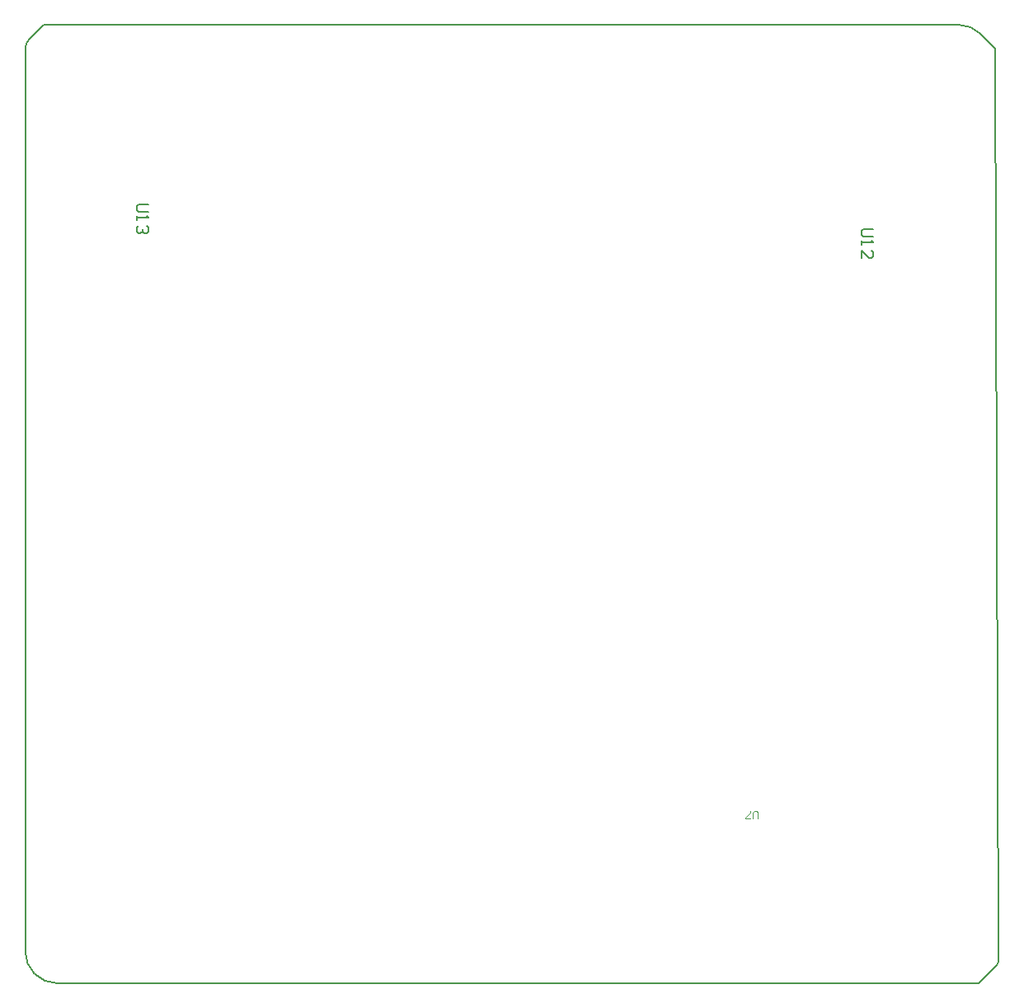
<source format=gbr>
%TF.GenerationSoftware,Altium Limited,Altium Designer,24.1.2 (44)*%
G04 Layer_Color=16711935*
%FSLAX45Y45*%
%MOMM*%
%TF.SameCoordinates,E01E6690-4C2E-4FB1-AE08-5A5A66155338*%
%TF.FilePolarity,Positive*%
%TF.FileFunction,Other,Mechanical_1*%
%TF.Part,Single*%
G01*
G75*
%TA.AperFunction,NonConductor*%
%ADD52C,0.20000*%
%ADD83C,0.10160*%
%ADD84C,0.15000*%
D52*
X14555103Y12622898D02*
G03*
X14338300Y12712700I-216802J-216802D01*
G01*
X14728545Y3057245D02*
G03*
X14744701Y3096247I-39003J39003D01*
G01*
X4785721Y12558121D02*
G03*
X4749800Y12471400I86721J-86721D01*
G01*
X4850498Y2960002D02*
G03*
X5067300Y2870200I216802J216802D01*
G01*
X4749800Y3187700D02*
G03*
X4839602Y2970898I306605J0D01*
G01*
X14706599Y12471400D02*
X14744701Y3096250D01*
X14555104Y12622896D02*
X14706599Y12471400D01*
X14541499Y2870200D02*
X14728546Y3057246D01*
X4940300Y12712700D02*
X14338300D01*
X4785721Y12558121D02*
X4940300Y12712700D01*
X5067300Y2870200D02*
X14541499D01*
X4839604Y2970896D02*
X4850496Y2960004D01*
X4749800Y3187700D02*
Y12471400D01*
D83*
X12273100Y4558525D02*
Y4622004D01*
X12260404Y4634700D01*
X12235012D01*
X12222316Y4622004D01*
Y4558525D01*
X12196925D02*
X12146141D01*
Y4571220D01*
X12196925Y4622004D01*
Y4634700D01*
D84*
X13454961Y10617200D02*
X13354994D01*
X13335001Y10597206D01*
Y10557219D01*
X13354994Y10537226D01*
X13454961D01*
X13335001Y10497239D02*
Y10457252D01*
Y10477245D01*
X13454961D01*
X13434969Y10497239D01*
X13335001Y10317297D02*
Y10397271D01*
X13414973Y10317297D01*
X13434969D01*
X13454961Y10337290D01*
Y10377277D01*
X13434969Y10397271D01*
X6012761Y10871200D02*
X5912794D01*
X5892800Y10851206D01*
Y10811219D01*
X5912794Y10791226D01*
X6012761D01*
X5892800Y10751239D02*
Y10711252D01*
Y10731245D01*
X6012761D01*
X5992768Y10751239D01*
Y10651271D02*
X6012761Y10631277D01*
Y10591290D01*
X5992768Y10571297D01*
X5972774D01*
X5952781Y10591290D01*
Y10611284D01*
Y10591290D01*
X5932787Y10571297D01*
X5912794D01*
X5892800Y10591290D01*
Y10631277D01*
X5912794Y10651271D01*
%TF.MD5,54554dd1f214ae03b3a9f6de41045971*%
M02*

</source>
